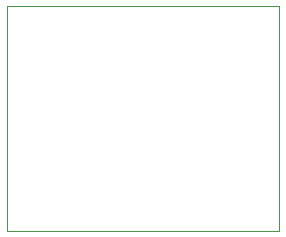
<source format=gbr>
%TF.GenerationSoftware,KiCad,Pcbnew,7.0.2-0*%
%TF.CreationDate,2023-05-27T20:56:29-04:00*%
%TF.ProjectId,IF_AMP_t1,49465f41-4d50-45f7-9431-2e6b69636164,rev?*%
%TF.SameCoordinates,Original*%
%TF.FileFunction,Profile,NP*%
%FSLAX46Y46*%
G04 Gerber Fmt 4.6, Leading zero omitted, Abs format (unit mm)*
G04 Created by KiCad (PCBNEW 7.0.2-0) date 2023-05-27 20:56:29*
%MOMM*%
%LPD*%
G01*
G04 APERTURE LIST*
%TA.AperFunction,Profile*%
%ADD10C,0.100000*%
%TD*%
G04 APERTURE END LIST*
D10*
X108000000Y-77000000D02*
X85000000Y-77000000D01*
X108000000Y-58000000D02*
X108000000Y-77000000D01*
X85000000Y-58000000D02*
X108000000Y-58000000D01*
X85000000Y-77000000D02*
X85000000Y-58000000D01*
M02*

</source>
